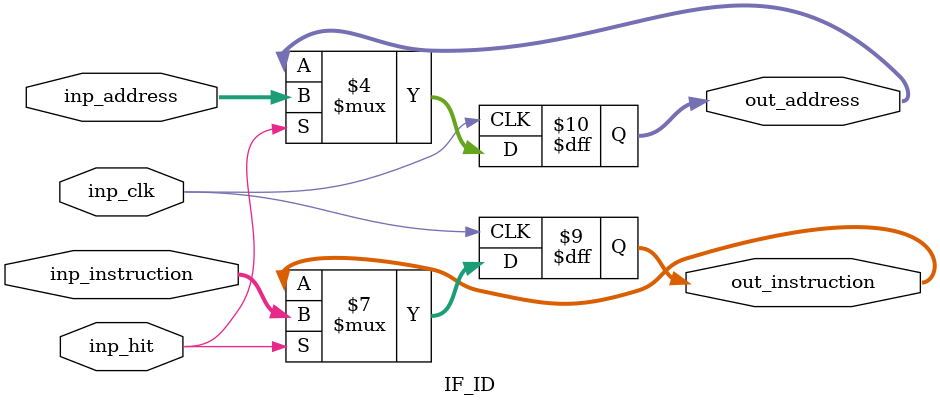
<source format=v>
`timescale 1ns / 1ps
module IF_ID(inp_clk,inp_hit,inp_instruction,inp_address,out_instruction,out_address);
input inp_clk,inp_hit;
input [15:0] inp_instruction,inp_address;
output reg  [15:0] out_instruction,out_address;
always @(negedge inp_clk)
begin
if(inp_hit == 1)
begin
	out_instruction = inp_instruction;
	out_address = inp_address;
end
end

endmodule

</source>
